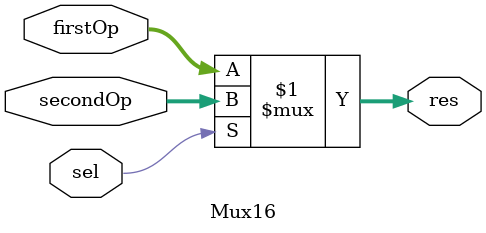
<source format=v>
/*
Module name   : mux 16-bit
Author	      : Ziad Sherif
Functionality : A simple multiplxer 16-bit 
*/
module Mux16 (
    firstOp,
    secondOp,
    sel,
    res
);
  input [15:0] firstOp;
  input [15:0] secondOp;
  input sel;
  output [15:0] res;
  assign res = sel ? secondOp : firstOp;
endmodule

</source>
